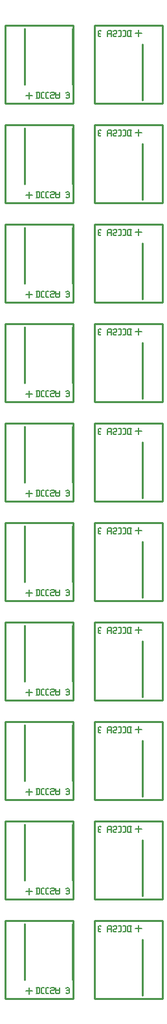
<source format=gbr>
G04 start of page 9 for group -4078 idx -4078 *
G04 Title: (unknown), bottomsilk *
G04 Creator: pcb 4.0.2 *
G04 CreationDate: Fri Feb  3 04:46:59 2023 UTC *
G04 For: ndholmes *
G04 Format: Gerber/RS-274X *
G04 PCB-Dimensions (mil): 1620.00 5800.00 *
G04 PCB-Coordinate-Origin: lower left *
%MOIN*%
%FSLAX25Y25*%
%LNBOTTOMSILK*%
%ADD27C,0.0060*%
%ADD26C,0.0066*%
%ADD25C,0.0100*%
G54D25*X40500Y397500D02*X75500D01*
Y386500D02*Y346500D01*
X40500Y386500D02*X75500D01*
X40500D02*Y346500D01*
X75500Y437500D02*Y397500D01*
X40500Y437500D02*Y397500D01*
Y284500D02*Y244500D01*
Y346500D02*X75500D01*
X40500Y295500D02*X75500D01*
Y335500D02*Y295500D01*
X40500Y335500D02*X75500D01*
X40500D02*Y295500D01*
Y284500D02*X75500D01*
X40500Y448500D02*X75500D01*
Y488500D02*Y448500D01*
X40500Y488500D02*X75500D01*
X40500D02*Y448500D01*
Y499500D02*X75500D01*
Y539500D02*Y499500D01*
X40500Y539500D02*X75500D01*
X40500D02*Y499500D01*
Y437500D02*X75500D01*
X86500Y335500D02*X121500D01*
X86500Y386500D02*Y346500D01*
X121500D01*
Y386500D02*Y346500D01*
X86500Y335500D02*Y295500D01*
Y386500D02*X121500D01*
X86500Y437500D02*X121500D01*
X86500D02*Y397500D01*
X121500D01*
Y437500D02*Y397500D01*
X86500Y488500D02*X121500D01*
X86500Y539500D02*X121500D01*
X86500D02*Y499500D01*
X121500D01*
Y539500D02*Y499500D01*
X86500Y488500D02*Y448500D01*
X121500Y488500D02*Y448500D01*
X86500D02*X121500D01*
X40500Y244500D02*X75500D01*
Y233500D02*Y193500D01*
X40500Y233500D02*X75500D01*
X40500D02*Y193500D01*
X75500Y284500D02*Y244500D01*
X40500Y193500D02*X75500D01*
X40500Y142500D02*X75500D01*
Y182500D02*Y142500D01*
X40500Y182500D02*X75500D01*
X40500D02*Y142500D01*
Y91500D02*X75500D01*
X40500Y80500D02*X75500D01*
X40500D02*Y40500D01*
X75500Y131500D02*Y91500D01*
X40500Y131500D02*Y91500D01*
Y131500D02*X75500D01*
X86500D02*Y91500D01*
X40500Y40500D02*X75500D01*
Y80500D02*Y40500D01*
X86500Y80500D02*Y40500D01*
X121500D01*
X86500Y131500D02*X121500D01*
X86500Y142500D02*X121500D01*
X86500Y80500D02*X121500D01*
Y40500D01*
X86500Y91500D02*X121500D01*
Y131500D02*Y91500D01*
Y182500D02*Y142500D01*
Y335500D02*Y295500D01*
X86500Y182500D02*X121500D01*
X86500Y233500D02*Y193500D01*
X121500D01*
Y233500D02*Y193500D01*
X86500Y182500D02*Y142500D01*
Y233500D02*X121500D01*
X86500Y284500D02*X121500D01*
X86500D02*Y244500D01*
X121500D01*
Y284500D02*Y244500D01*
X86500Y295500D02*X121500D01*
G54D26*X51180Y350520D02*X54500D01*
X52840Y348860D02*Y352180D01*
X51180Y248520D02*X54500D01*
X52840Y246860D02*Y250180D01*
X51180Y197520D02*X54500D01*
X52840Y195860D02*Y199180D01*
X51180Y299520D02*X54500D01*
X52840Y297860D02*Y301180D01*
G54D27*X56870Y298240D02*Y301200D01*
X57980Y298240D02*X58350Y298610D01*
Y300830D01*
X57980Y301200D02*X58350Y300830D01*
X56500Y301200D02*X57980D01*
X56500Y298240D02*X57980D01*
X59608Y301200D02*X60718D01*
X59238Y300830D02*X59608Y301200D01*
X59238Y298610D02*Y300830D01*
Y298610D02*X59608Y298240D01*
X60718D01*
X61976Y301200D02*X63086D01*
X61606Y300830D02*X61976Y301200D01*
X61606Y298610D02*Y300830D01*
Y298610D02*X61976Y298240D01*
X63086D01*
X65454D02*X65824Y298610D01*
X64344Y298240D02*X65454D01*
X63974Y298610D02*X64344Y298240D01*
X63974Y298610D02*Y299350D01*
X64344Y299720D01*
X65454D01*
X65824Y300090D01*
Y300830D01*
X65454Y301200D02*X65824Y300830D01*
X64344Y301200D02*X65454D01*
X63974Y300830D02*X64344Y301200D01*
X66712Y298610D02*Y301200D01*
Y298610D02*X67082Y298240D01*
X68192D01*
X68562Y298610D01*
Y301200D01*
X66712Y299720D02*X68562D01*
X72000Y298610D02*X72370Y298240D01*
X73110D01*
X73480Y298610D01*
Y300830D01*
X73110Y301200D02*X73480Y300830D01*
X72370Y301200D02*X73110D01*
X72000Y300830D02*X72370Y301200D01*
Y299720D02*X73480D01*
X56870Y247240D02*Y250200D01*
X57980Y247240D02*X58350Y247610D01*
Y249830D01*
X57980Y250200D02*X58350Y249830D01*
X56500Y250200D02*X57980D01*
X56500Y247240D02*X57980D01*
X59608Y250200D02*X60718D01*
X59238Y249830D02*X59608Y250200D01*
X59238Y247610D02*Y249830D01*
Y247610D02*X59608Y247240D01*
X60718D01*
X61976Y250200D02*X63086D01*
X61606Y249830D02*X61976Y250200D01*
X61606Y247610D02*Y249830D01*
Y247610D02*X61976Y247240D01*
X63086D01*
X65454D02*X65824Y247610D01*
X64344Y247240D02*X65454D01*
X63974Y247610D02*X64344Y247240D01*
X63974Y247610D02*Y248350D01*
X64344Y248720D01*
X65454D01*
X65824Y249090D01*
Y249830D01*
X65454Y250200D02*X65824Y249830D01*
X64344Y250200D02*X65454D01*
X63974Y249830D02*X64344Y250200D01*
X66712Y247610D02*Y250200D01*
Y247610D02*X67082Y247240D01*
X68192D01*
X68562Y247610D01*
Y250200D01*
X66712Y248720D02*X68562D01*
X72000Y247610D02*X72370Y247240D01*
X73110D01*
X73480Y247610D01*
Y249830D01*
X73110Y250200D02*X73480Y249830D01*
X72370Y250200D02*X73110D01*
X72000Y249830D02*X72370Y250200D01*
Y248720D02*X73480D01*
X56870Y196240D02*Y199200D01*
X57980Y196240D02*X58350Y196610D01*
Y198830D01*
X57980Y199200D02*X58350Y198830D01*
X56500Y199200D02*X57980D01*
X56500Y196240D02*X57980D01*
X59608Y199200D02*X60718D01*
X59238Y198830D02*X59608Y199200D01*
X59238Y196610D02*Y198830D01*
Y196610D02*X59608Y196240D01*
X60718D01*
X61976Y199200D02*X63086D01*
X61606Y198830D02*X61976Y199200D01*
X61606Y196610D02*Y198830D01*
Y196610D02*X61976Y196240D01*
X63086D01*
X65454D02*X65824Y196610D01*
X64344Y196240D02*X65454D01*
X63974Y196610D02*X64344Y196240D01*
X63974Y196610D02*Y197350D01*
X64344Y197720D01*
X65454D01*
X65824Y198090D01*
Y198830D01*
X65454Y199200D02*X65824Y198830D01*
X64344Y199200D02*X65454D01*
X63974Y198830D02*X64344Y199200D01*
X66712Y196610D02*Y199200D01*
Y196610D02*X67082Y196240D01*
X68192D01*
X68562Y196610D01*
Y199200D01*
X66712Y197720D02*X68562D01*
X72000Y196610D02*X72370Y196240D01*
X73110D01*
X73480Y196610D01*
Y198830D01*
X73110Y199200D02*X73480Y198830D01*
X72370Y199200D02*X73110D01*
X72000Y198830D02*X72370Y199200D01*
Y197720D02*X73480D01*
G54D26*X51180Y452520D02*X54500D01*
X52840Y450860D02*Y454180D01*
G54D27*X56870Y451240D02*Y454200D01*
X57980Y451240D02*X58350Y451610D01*
Y453830D01*
X57980Y454200D02*X58350Y453830D01*
X56500Y454200D02*X57980D01*
X56500Y451240D02*X57980D01*
X59608Y454200D02*X60718D01*
X59238Y453830D02*X59608Y454200D01*
X59238Y451610D02*Y453830D01*
Y451610D02*X59608Y451240D01*
X60718D01*
X61976Y454200D02*X63086D01*
X61606Y453830D02*X61976Y454200D01*
X61606Y451610D02*Y453830D01*
Y451610D02*X61976Y451240D01*
X63086D01*
X65454D02*X65824Y451610D01*
X64344Y451240D02*X65454D01*
X63974Y451610D02*X64344Y451240D01*
X63974Y451610D02*Y452350D01*
X64344Y452720D01*
X65454D01*
X65824Y453090D01*
Y453830D01*
X65454Y454200D02*X65824Y453830D01*
X64344Y454200D02*X65454D01*
X63974Y453830D02*X64344Y454200D01*
X66712Y451610D02*Y454200D01*
Y451610D02*X67082Y451240D01*
X68192D01*
X68562Y451610D01*
Y454200D01*
X66712Y452720D02*X68562D01*
X72000Y451610D02*X72370Y451240D01*
X73110D01*
X73480Y451610D01*
Y453830D01*
X73110Y454200D02*X73480Y453830D01*
X72370Y454200D02*X73110D01*
X72000Y453830D02*X72370Y454200D01*
Y452720D02*X73480D01*
G54D26*X51180Y401520D02*X54500D01*
X52840Y399860D02*Y403180D01*
G54D27*X56870Y400240D02*Y403200D01*
X57980Y400240D02*X58350Y400610D01*
Y402830D01*
X57980Y403200D02*X58350Y402830D01*
X56500Y403200D02*X57980D01*
X56500Y400240D02*X57980D01*
X59608Y403200D02*X60718D01*
X59238Y402830D02*X59608Y403200D01*
X59238Y400610D02*Y402830D01*
Y400610D02*X59608Y400240D01*
X60718D01*
X61976Y403200D02*X63086D01*
X61606Y402830D02*X61976Y403200D01*
X61606Y400610D02*Y402830D01*
Y400610D02*X61976Y400240D01*
X63086D01*
X65454D02*X65824Y400610D01*
X64344Y400240D02*X65454D01*
X63974Y400610D02*X64344Y400240D01*
X63974Y400610D02*Y401350D01*
X64344Y401720D01*
X65454D01*
X65824Y402090D01*
Y402830D01*
X65454Y403200D02*X65824Y402830D01*
X64344Y403200D02*X65454D01*
X63974Y402830D02*X64344Y403200D01*
X66712Y400610D02*Y403200D01*
Y400610D02*X67082Y400240D01*
X68192D01*
X68562Y400610D01*
Y403200D01*
X66712Y401720D02*X68562D01*
X72000Y400610D02*X72370Y400240D01*
X73110D01*
X73480Y400610D01*
Y402830D01*
X73110Y403200D02*X73480Y402830D01*
X72370Y403200D02*X73110D01*
X72000Y402830D02*X72370Y403200D01*
Y401720D02*X73480D01*
G54D26*X51180Y503520D02*X54500D01*
X52840Y501860D02*Y505180D01*
G54D27*X56870Y502240D02*Y505200D01*
X57980Y502240D02*X58350Y502610D01*
Y504830D01*
X57980Y505200D02*X58350Y504830D01*
X56500Y505200D02*X57980D01*
X56500Y502240D02*X57980D01*
X59608Y505200D02*X60718D01*
X59238Y504830D02*X59608Y505200D01*
X59238Y502610D02*Y504830D01*
Y502610D02*X59608Y502240D01*
X60718D01*
X61976Y505200D02*X63086D01*
X61606Y504830D02*X61976Y505200D01*
X61606Y502610D02*Y504830D01*
Y502610D02*X61976Y502240D01*
X63086D01*
X65454D02*X65824Y502610D01*
X64344Y502240D02*X65454D01*
X63974Y502610D02*X64344Y502240D01*
X63974Y502610D02*Y503350D01*
X64344Y503720D01*
X65454D01*
X65824Y504090D01*
Y504830D01*
X65454Y505200D02*X65824Y504830D01*
X64344Y505200D02*X65454D01*
X63974Y504830D02*X64344Y505200D01*
X66712Y502610D02*Y505200D01*
Y502610D02*X67082Y502240D01*
X68192D01*
X68562Y502610D01*
Y505200D01*
X66712Y503720D02*X68562D01*
X72000Y502610D02*X72370Y502240D01*
X73110D01*
X73480Y502610D01*
Y504830D01*
X73110Y505200D02*X73480Y504830D01*
X72370Y505200D02*X73110D01*
X72000Y504830D02*X72370Y505200D01*
Y503720D02*X73480D01*
X56870Y349240D02*Y352200D01*
X57980Y349240D02*X58350Y349610D01*
Y351830D01*
X57980Y352200D02*X58350Y351830D01*
X56500Y352200D02*X57980D01*
X56500Y349240D02*X57980D01*
X59608Y352200D02*X60718D01*
X59238Y351830D02*X59608Y352200D01*
X59238Y349610D02*Y351830D01*
Y349610D02*X59608Y349240D01*
X60718D01*
X61976Y352200D02*X63086D01*
X61606Y351830D02*X61976Y352200D01*
X61606Y349610D02*Y351830D01*
Y349610D02*X61976Y349240D01*
X63086D01*
X65454D02*X65824Y349610D01*
X64344Y349240D02*X65454D01*
X63974Y349610D02*X64344Y349240D01*
X63974Y349610D02*Y350350D01*
X64344Y350720D01*
X65454D01*
X65824Y351090D01*
Y351830D01*
X65454Y352200D02*X65824Y351830D01*
X64344Y352200D02*X65454D01*
X63974Y351830D02*X64344Y352200D01*
X66712Y349610D02*Y352200D01*
Y349610D02*X67082Y349240D01*
X68192D01*
X68562Y349610D01*
Y352200D01*
X66712Y350720D02*X68562D01*
X72000Y349610D02*X72370Y349240D01*
X73110D01*
X73480Y349610D01*
Y351830D01*
X73110Y352200D02*X73480Y351830D01*
X72370Y352200D02*X73110D01*
X72000Y351830D02*X72370Y352200D01*
Y350720D02*X73480D01*
G54D26*X51180Y146520D02*X54500D01*
X52840Y144860D02*Y148180D01*
X51180Y95520D02*X54500D01*
X52840Y93860D02*Y97180D01*
X51180Y44520D02*X54500D01*
X52840Y42860D02*Y46180D01*
G54D27*X56870Y145240D02*Y148200D01*
X57980Y145240D02*X58350Y145610D01*
Y147830D01*
X57980Y148200D02*X58350Y147830D01*
X56500Y148200D02*X57980D01*
X56500Y145240D02*X57980D01*
X59608Y148200D02*X60718D01*
X59238Y147830D02*X59608Y148200D01*
X59238Y145610D02*Y147830D01*
Y145610D02*X59608Y145240D01*
X60718D01*
X61976Y148200D02*X63086D01*
X61606Y147830D02*X61976Y148200D01*
X61606Y145610D02*Y147830D01*
Y145610D02*X61976Y145240D01*
X63086D01*
X65454D02*X65824Y145610D01*
X64344Y145240D02*X65454D01*
X63974Y145610D02*X64344Y145240D01*
X63974Y145610D02*Y146350D01*
X64344Y146720D01*
X65454D01*
X65824Y147090D01*
Y147830D01*
X65454Y148200D02*X65824Y147830D01*
X64344Y148200D02*X65454D01*
X63974Y147830D02*X64344Y148200D01*
X66712Y145610D02*Y148200D01*
Y145610D02*X67082Y145240D01*
X68192D01*
X68562Y145610D01*
Y148200D01*
X66712Y146720D02*X68562D01*
X56870Y94240D02*Y97200D01*
X57980Y94240D02*X58350Y94610D01*
Y96830D01*
X57980Y97200D02*X58350Y96830D01*
X56500Y97200D02*X57980D01*
X56500Y94240D02*X57980D01*
X59608Y97200D02*X60718D01*
X59238Y96830D02*X59608Y97200D01*
X59238Y94610D02*Y96830D01*
Y94610D02*X59608Y94240D01*
X60718D01*
X61976Y97200D02*X63086D01*
X61606Y96830D02*X61976Y97200D01*
X61606Y94610D02*Y96830D01*
Y94610D02*X61976Y94240D01*
X63086D01*
X65454D02*X65824Y94610D01*
X64344Y94240D02*X65454D01*
X63974Y94610D02*X64344Y94240D01*
X63974Y94610D02*Y95350D01*
X64344Y95720D01*
X65454D01*
X65824Y96090D01*
Y96830D01*
X65454Y97200D02*X65824Y96830D01*
X64344Y97200D02*X65454D01*
X63974Y96830D02*X64344Y97200D01*
X66712Y94610D02*Y97200D01*
Y94610D02*X67082Y94240D01*
X68192D01*
X68562Y94610D01*
Y97200D01*
X66712Y95720D02*X68562D01*
X56870Y43240D02*Y46200D01*
X57980Y43240D02*X58350Y43610D01*
Y45830D01*
X57980Y46200D02*X58350Y45830D01*
X56500Y46200D02*X57980D01*
X56500Y43240D02*X57980D01*
X59608Y46200D02*X60718D01*
X59238Y45830D02*X59608Y46200D01*
X59238Y43610D02*Y45830D01*
Y43610D02*X59608Y43240D01*
X60718D01*
X61976Y46200D02*X63086D01*
X61606Y45830D02*X61976Y46200D01*
X61606Y43610D02*Y45830D01*
Y43610D02*X61976Y43240D01*
X63086D01*
X65454D02*X65824Y43610D01*
X64344Y43240D02*X65454D01*
X63974Y43610D02*X64344Y43240D01*
X63974Y43610D02*Y44350D01*
X64344Y44720D01*
X65454D01*
X65824Y45090D01*
Y45830D01*
X65454Y46200D02*X65824Y45830D01*
X64344Y46200D02*X65454D01*
X63974Y45830D02*X64344Y46200D01*
X66712Y43610D02*Y46200D01*
Y43610D02*X67082Y43240D01*
X68192D01*
X68562Y43610D01*
Y46200D01*
X66712Y44720D02*X68562D01*
X72000Y145610D02*X72370Y145240D01*
X73110D01*
X73480Y145610D01*
Y147830D01*
X73110Y148200D02*X73480Y147830D01*
X72370Y148200D02*X73110D01*
X72000Y147830D02*X72370Y148200D01*
Y146720D02*X73480D01*
G54D26*X107500Y127480D02*X110820D01*
X109160Y125820D02*Y129140D01*
G54D27*X72000Y94610D02*X72370Y94240D01*
X73110D01*
X73480Y94610D01*
Y96830D01*
X73110Y97200D02*X73480Y96830D01*
X72370Y97200D02*X73110D01*
X72000Y96830D02*X72370Y97200D01*
Y95720D02*X73480D01*
X72000Y43610D02*X72370Y43240D01*
X73110D01*
X73480Y43610D01*
Y45830D01*
X73110Y46200D02*X73480Y45830D01*
X72370Y46200D02*X73110D01*
X72000Y45830D02*X72370Y46200D01*
Y44720D02*X73480D01*
G54D26*X107500Y76480D02*X110820D01*
X109160Y74820D02*Y78140D01*
G54D27*X105130Y74800D02*Y77760D01*
X104020D02*X103650Y77390D01*
Y75170D02*Y77390D01*
X104020Y74800D02*X103650Y75170D01*
X104020Y74800D02*X105500D01*
X104020Y77760D02*X105500D01*
X101282Y74800D02*X102392D01*
X102762Y75170D02*X102392Y74800D01*
X102762Y75170D02*Y77390D01*
X102392Y77760D01*
X101282D02*X102392D01*
X98914Y74800D02*X100024D01*
X100394Y75170D02*X100024Y74800D01*
X100394Y75170D02*Y77390D01*
X100024Y77760D01*
X98914D02*X100024D01*
X96546D02*X96176Y77390D01*
X96546Y77760D02*X97656D01*
X98026Y77390D02*X97656Y77760D01*
X98026Y76650D02*Y77390D01*
Y76650D02*X97656Y76280D01*
X96546D02*X97656D01*
X96546D02*X96176Y75910D01*
Y75170D02*Y75910D01*
X96546Y74800D02*X96176Y75170D01*
X96546Y74800D02*X97656D01*
X98026Y75170D02*X97656Y74800D01*
X95288D02*Y77390D01*
X94918Y77760D01*
X93808D02*X94918D01*
X93808D02*X93438Y77390D01*
Y74800D02*Y77390D01*
Y76280D02*X95288D01*
X90000Y77390D02*X89630Y77760D01*
X88890D02*X89630D01*
X88890D02*X88520Y77390D01*
Y75170D02*Y77390D01*
X88890Y74800D02*X88520Y75170D01*
X88890Y74800D02*X89630D01*
X90000Y75170D02*X89630Y74800D01*
X88520Y76280D02*X89630D01*
X105130Y125800D02*Y128760D01*
X104020D02*X103650Y128390D01*
Y126170D02*Y128390D01*
X104020Y125800D02*X103650Y126170D01*
X104020Y125800D02*X105500D01*
X104020Y128760D02*X105500D01*
X101282Y125800D02*X102392D01*
X102762Y126170D02*X102392Y125800D01*
X102762Y126170D02*Y128390D01*
X102392Y128760D01*
X101282D02*X102392D01*
X98914Y125800D02*X100024D01*
X100394Y126170D02*X100024Y125800D01*
X100394Y126170D02*Y128390D01*
X100024Y128760D01*
X98914D02*X100024D01*
X96546D02*X96176Y128390D01*
X96546Y128760D02*X97656D01*
X98026Y128390D02*X97656Y128760D01*
X98026Y127650D02*Y128390D01*
Y127650D02*X97656Y127280D01*
X96546D02*X97656D01*
X96546D02*X96176Y126910D01*
Y126170D02*Y126910D01*
X96546Y125800D02*X96176Y126170D01*
X96546Y125800D02*X97656D01*
X98026Y126170D02*X97656Y125800D01*
X95288D02*Y128390D01*
X94918Y128760D01*
X93808D02*X94918D01*
X93808D02*X93438Y128390D01*
Y125800D02*Y128390D01*
Y127280D02*X95288D01*
G54D26*X107500Y178480D02*X110820D01*
X109160Y176820D02*Y180140D01*
G54D27*X105130Y176800D02*Y179760D01*
X104020D02*X103650Y179390D01*
Y177170D02*Y179390D01*
X104020Y176800D02*X103650Y177170D01*
X104020Y176800D02*X105500D01*
X104020Y179760D02*X105500D01*
X101282Y176800D02*X102392D01*
X102762Y177170D02*X102392Y176800D01*
X102762Y177170D02*Y179390D01*
X102392Y179760D01*
X101282D02*X102392D01*
X98914Y176800D02*X100024D01*
X100394Y177170D02*X100024Y176800D01*
X100394Y177170D02*Y179390D01*
X100024Y179760D01*
X98914D02*X100024D01*
X96546D02*X96176Y179390D01*
X96546Y179760D02*X97656D01*
X98026Y179390D02*X97656Y179760D01*
X98026Y178650D02*Y179390D01*
Y178650D02*X97656Y178280D01*
X96546D02*X97656D01*
X96546D02*X96176Y177910D01*
Y177170D02*Y177910D01*
X96546Y176800D02*X96176Y177170D01*
X96546Y176800D02*X97656D01*
X98026Y177170D02*X97656Y176800D01*
X95288D02*Y179390D01*
X94918Y179760D01*
X93808D02*X94918D01*
X93808D02*X93438Y179390D01*
Y176800D02*Y179390D01*
Y178280D02*X95288D01*
X90000Y128390D02*X89630Y128760D01*
X88890D02*X89630D01*
X88890D02*X88520Y128390D01*
Y126170D02*Y128390D01*
X88890Y125800D02*X88520Y126170D01*
X88890Y125800D02*X89630D01*
X90000Y126170D02*X89630Y125800D01*
X88520Y127280D02*X89630D01*
X90000Y179390D02*X89630Y179760D01*
X88890D02*X89630D01*
X88890D02*X88520Y179390D01*
Y177170D02*Y179390D01*
X88890Y176800D02*X88520Y177170D01*
X88890Y176800D02*X89630D01*
X90000Y177170D02*X89630Y176800D01*
X88520Y178280D02*X89630D01*
X90000Y230390D02*X89630Y230760D01*
X88890D02*X89630D01*
X88890D02*X88520Y230390D01*
Y228170D02*Y230390D01*
X88890Y227800D02*X88520Y228170D01*
X88890Y227800D02*X89630D01*
X90000Y228170D02*X89630Y227800D01*
X88520Y229280D02*X89630D01*
G54D26*X107500Y229480D02*X110820D01*
X109160Y227820D02*Y231140D01*
G54D27*X105130Y227800D02*Y230760D01*
X104020D02*X103650Y230390D01*
Y228170D02*Y230390D01*
X104020Y227800D02*X103650Y228170D01*
X104020Y227800D02*X105500D01*
X104020Y230760D02*X105500D01*
X101282Y227800D02*X102392D01*
X102762Y228170D02*X102392Y227800D01*
X102762Y228170D02*Y230390D01*
X102392Y230760D01*
X101282D02*X102392D01*
X98914Y227800D02*X100024D01*
X100394Y228170D02*X100024Y227800D01*
X100394Y228170D02*Y230390D01*
X100024Y230760D01*
X98914D02*X100024D01*
X96546D02*X96176Y230390D01*
X96546Y230760D02*X97656D01*
X98026Y230390D02*X97656Y230760D01*
X98026Y229650D02*Y230390D01*
Y229650D02*X97656Y229280D01*
X96546D02*X97656D01*
X96546D02*X96176Y228910D01*
Y228170D02*Y228910D01*
X96546Y227800D02*X96176Y228170D01*
X96546Y227800D02*X97656D01*
X98026Y228170D02*X97656Y227800D01*
X95288D02*Y230390D01*
X94918Y230760D01*
X93808D02*X94918D01*
X93808D02*X93438Y230390D01*
Y227800D02*Y230390D01*
Y229280D02*X95288D01*
G54D26*X107500Y280480D02*X110820D01*
X109160Y278820D02*Y282140D01*
G54D27*X105130Y278800D02*Y281760D01*
X104020D02*X103650Y281390D01*
Y279170D02*Y281390D01*
X104020Y278800D02*X103650Y279170D01*
X104020Y278800D02*X105500D01*
X104020Y281760D02*X105500D01*
X101282Y278800D02*X102392D01*
X102762Y279170D02*X102392Y278800D01*
X102762Y279170D02*Y281390D01*
X102392Y281760D01*
X101282D02*X102392D01*
X98914Y278800D02*X100024D01*
X100394Y279170D02*X100024Y278800D01*
X100394Y279170D02*Y281390D01*
X100024Y281760D01*
X98914D02*X100024D01*
X96546D02*X96176Y281390D01*
X96546Y281760D02*X97656D01*
X98026Y281390D02*X97656Y281760D01*
X98026Y280650D02*Y281390D01*
Y280650D02*X97656Y280280D01*
X96546D02*X97656D01*
X96546D02*X96176Y279910D01*
Y279170D02*Y279910D01*
X96546Y278800D02*X96176Y279170D01*
X96546Y278800D02*X97656D01*
X98026Y279170D02*X97656Y278800D01*
X95288D02*Y281390D01*
X94918Y281760D01*
X93808D02*X94918D01*
X93808D02*X93438Y281390D01*
Y278800D02*Y281390D01*
Y280280D02*X95288D01*
X90000Y281390D02*X89630Y281760D01*
X88890D02*X89630D01*
X88890D02*X88520Y281390D01*
Y279170D02*Y281390D01*
X88890Y278800D02*X88520Y279170D01*
X88890Y278800D02*X89630D01*
X90000Y279170D02*X89630Y278800D01*
X88520Y280280D02*X89630D01*
G54D26*X107500Y331480D02*X110820D01*
X109160Y329820D02*Y333140D01*
X107500Y382480D02*X110820D01*
X109160Y380820D02*Y384140D01*
G54D27*X105130Y380800D02*Y383760D01*
X104020D02*X103650Y383390D01*
Y381170D02*Y383390D01*
X104020Y380800D02*X103650Y381170D01*
X104020Y380800D02*X105500D01*
X104020Y383760D02*X105500D01*
X101282Y380800D02*X102392D01*
X102762Y381170D02*X102392Y380800D01*
X102762Y381170D02*Y383390D01*
X102392Y383760D01*
X101282D02*X102392D01*
X98914Y380800D02*X100024D01*
X100394Y381170D02*X100024Y380800D01*
X100394Y381170D02*Y383390D01*
X100024Y383760D01*
X98914D02*X100024D01*
X96546D02*X96176Y383390D01*
X96546Y383760D02*X97656D01*
X98026Y383390D02*X97656Y383760D01*
X98026Y382650D02*Y383390D01*
Y382650D02*X97656Y382280D01*
X96546D02*X97656D01*
X96546D02*X96176Y381910D01*
Y381170D02*Y381910D01*
X96546Y380800D02*X96176Y381170D01*
X96546Y380800D02*X97656D01*
X98026Y381170D02*X97656Y380800D01*
X95288D02*Y383390D01*
X94918Y383760D01*
X93808D02*X94918D01*
X93808D02*X93438Y383390D01*
Y380800D02*Y383390D01*
Y382280D02*X95288D01*
X90000Y383390D02*X89630Y383760D01*
X88890D02*X89630D01*
X88890D02*X88520Y383390D01*
Y381170D02*Y383390D01*
X88890Y380800D02*X88520Y381170D01*
X88890Y380800D02*X89630D01*
X90000Y381170D02*X89630Y380800D01*
X88520Y382280D02*X89630D01*
X105130Y329800D02*Y332760D01*
X104020D02*X103650Y332390D01*
Y330170D02*Y332390D01*
X104020Y329800D02*X103650Y330170D01*
X104020Y329800D02*X105500D01*
X104020Y332760D02*X105500D01*
X101282Y329800D02*X102392D01*
X102762Y330170D02*X102392Y329800D01*
X102762Y330170D02*Y332390D01*
X102392Y332760D01*
X101282D02*X102392D01*
X98914Y329800D02*X100024D01*
X100394Y330170D02*X100024Y329800D01*
X100394Y330170D02*Y332390D01*
X100024Y332760D01*
X98914D02*X100024D01*
X96546D02*X96176Y332390D01*
X96546Y332760D02*X97656D01*
X98026Y332390D02*X97656Y332760D01*
X98026Y331650D02*Y332390D01*
Y331650D02*X97656Y331280D01*
X96546D02*X97656D01*
X96546D02*X96176Y330910D01*
Y330170D02*Y330910D01*
X96546Y329800D02*X96176Y330170D01*
X96546Y329800D02*X97656D01*
X98026Y330170D02*X97656Y329800D01*
X95288D02*Y332390D01*
X94918Y332760D01*
X93808D02*X94918D01*
X93808D02*X93438Y332390D01*
Y329800D02*Y332390D01*
Y331280D02*X95288D01*
X90000Y332390D02*X89630Y332760D01*
X88890D02*X89630D01*
X88890D02*X88520Y332390D01*
Y330170D02*Y332390D01*
X88890Y329800D02*X88520Y330170D01*
X88890Y329800D02*X89630D01*
X90000Y330170D02*X89630Y329800D01*
X88520Y331280D02*X89630D01*
G54D26*X107500Y433480D02*X110820D01*
X109160Y431820D02*Y435140D01*
G54D27*X105130Y431800D02*Y434760D01*
X104020D02*X103650Y434390D01*
Y432170D02*Y434390D01*
X104020Y431800D02*X103650Y432170D01*
X104020Y431800D02*X105500D01*
X104020Y434760D02*X105500D01*
X101282Y431800D02*X102392D01*
X102762Y432170D02*X102392Y431800D01*
X102762Y432170D02*Y434390D01*
X102392Y434760D01*
X101282D02*X102392D01*
X98914Y431800D02*X100024D01*
X100394Y432170D02*X100024Y431800D01*
X100394Y432170D02*Y434390D01*
X100024Y434760D01*
X98914D02*X100024D01*
X96546D02*X96176Y434390D01*
X96546Y434760D02*X97656D01*
X98026Y434390D02*X97656Y434760D01*
X98026Y433650D02*Y434390D01*
Y433650D02*X97656Y433280D01*
X96546D02*X97656D01*
X96546D02*X96176Y432910D01*
Y432170D02*Y432910D01*
X96546Y431800D02*X96176Y432170D01*
X96546Y431800D02*X97656D01*
X98026Y432170D02*X97656Y431800D01*
X95288D02*Y434390D01*
X94918Y434760D01*
X93808D02*X94918D01*
X93808D02*X93438Y434390D01*
Y431800D02*Y434390D01*
Y433280D02*X95288D01*
X90000Y434390D02*X89630Y434760D01*
X88890D02*X89630D01*
X88890D02*X88520Y434390D01*
Y432170D02*Y434390D01*
X88890Y431800D02*X88520Y432170D01*
X88890Y431800D02*X89630D01*
X90000Y432170D02*X89630Y431800D01*
X88520Y433280D02*X89630D01*
G54D26*X107500Y484480D02*X110820D01*
X109160Y482820D02*Y486140D01*
X107500Y535480D02*X110820D01*
X109160Y533820D02*Y537140D01*
G54D27*X105130Y533800D02*Y536760D01*
X104020D02*X103650Y536390D01*
Y534170D02*Y536390D01*
X104020Y533800D02*X103650Y534170D01*
X104020Y533800D02*X105500D01*
X104020Y536760D02*X105500D01*
X101282Y533800D02*X102392D01*
X102762Y534170D02*X102392Y533800D01*
X102762Y534170D02*Y536390D01*
X102392Y536760D01*
X101282D02*X102392D01*
X98914Y533800D02*X100024D01*
X100394Y534170D02*X100024Y533800D01*
X100394Y534170D02*Y536390D01*
X100024Y536760D01*
X98914D02*X100024D01*
X96546D02*X96176Y536390D01*
X96546Y536760D02*X97656D01*
X98026Y536390D02*X97656Y536760D01*
X98026Y535650D02*Y536390D01*
Y535650D02*X97656Y535280D01*
X96546D02*X97656D01*
X96546D02*X96176Y534910D01*
Y534170D02*Y534910D01*
X96546Y533800D02*X96176Y534170D01*
X96546Y533800D02*X97656D01*
X98026Y534170D02*X97656Y533800D01*
X95288D02*Y536390D01*
X94918Y536760D01*
X93808D02*X94918D01*
X93808D02*X93438Y536390D01*
Y533800D02*Y536390D01*
Y535280D02*X95288D01*
X90000Y536390D02*X89630Y536760D01*
X88890D02*X89630D01*
X88890D02*X88520Y536390D01*
Y534170D02*Y536390D01*
X88890Y533800D02*X88520Y534170D01*
X88890Y533800D02*X89630D01*
X90000Y534170D02*X89630Y533800D01*
X88520Y535280D02*X89630D01*
X105130Y482800D02*Y485760D01*
X104020D02*X103650Y485390D01*
Y483170D02*Y485390D01*
X104020Y482800D02*X103650Y483170D01*
X104020Y482800D02*X105500D01*
X104020Y485760D02*X105500D01*
X101282Y482800D02*X102392D01*
X102762Y483170D02*X102392Y482800D01*
X102762Y483170D02*Y485390D01*
X102392Y485760D01*
X101282D02*X102392D01*
X98914Y482800D02*X100024D01*
X100394Y483170D02*X100024Y482800D01*
X100394Y483170D02*Y485390D01*
X100024Y485760D01*
X98914D02*X100024D01*
X96546D02*X96176Y485390D01*
X96546Y485760D02*X97656D01*
X98026Y485390D02*X97656Y485760D01*
X98026Y484650D02*Y485390D01*
Y484650D02*X97656Y484280D01*
X96546D02*X97656D01*
X96546D02*X96176Y483910D01*
Y483170D02*Y483910D01*
X96546Y482800D02*X96176Y483170D01*
X96546Y482800D02*X97656D01*
X98026Y483170D02*X97656Y482800D01*
X95288D02*Y485390D01*
X94918Y485760D01*
X93808D02*X94918D01*
X93808D02*X93438Y485390D01*
Y482800D02*Y485390D01*
Y484280D02*X95288D01*
X90000Y485390D02*X89630Y485760D01*
X88890D02*X89630D01*
X88890D02*X88520Y485390D01*
Y483170D02*Y485390D01*
X88890Y482800D02*X88520Y483170D01*
X88890Y482800D02*X89630D01*
X90000Y483170D02*X89630Y482800D01*
X88520Y484280D02*X89630D01*
G54D25*X75402Y282870D02*Y254130D01*
X50598Y282870D02*Y254130D01*
X75402Y231870D02*Y203130D01*
X50598Y231870D02*Y203130D01*
X75402Y486870D02*Y458130D01*
X50598Y486870D02*Y458130D01*
X75402Y537870D02*Y509130D01*
X50598Y537870D02*Y509130D01*
X75402Y435870D02*Y407130D01*
X50598Y435870D02*Y407130D01*
X75402Y384870D02*Y356130D01*
X50598Y384870D02*Y356130D01*
X75402Y333870D02*Y305130D01*
X50598Y333870D02*Y305130D01*
X75402Y180870D02*Y152130D01*
X50598Y180870D02*Y152130D01*
X75402Y129870D02*Y101130D01*
X50598Y129870D02*Y101130D01*
X75402Y78870D02*Y50130D01*
X50598Y78870D02*Y50130D01*
X86598Y70870D02*Y42130D01*
X111402Y70870D02*Y42130D01*
X86598Y121870D02*Y93130D01*
X111402Y121870D02*Y93130D01*
X86598Y172870D02*Y144130D01*
X111402Y172870D02*Y144130D01*
X86598Y223870D02*Y195130D01*
X111402Y223870D02*Y195130D01*
X86598Y274870D02*Y246130D01*
X111402Y274870D02*Y246130D01*
X86598Y325870D02*Y297130D01*
X111402Y325870D02*Y297130D01*
X86598Y376870D02*Y348130D01*
X111402Y376870D02*Y348130D01*
X86598Y427870D02*Y399130D01*
X111402Y427870D02*Y399130D01*
X86598Y478870D02*Y450130D01*
X111402Y478870D02*Y450130D01*
X86598Y529870D02*Y501130D01*
X111402Y529870D02*Y501130D01*
M02*

</source>
